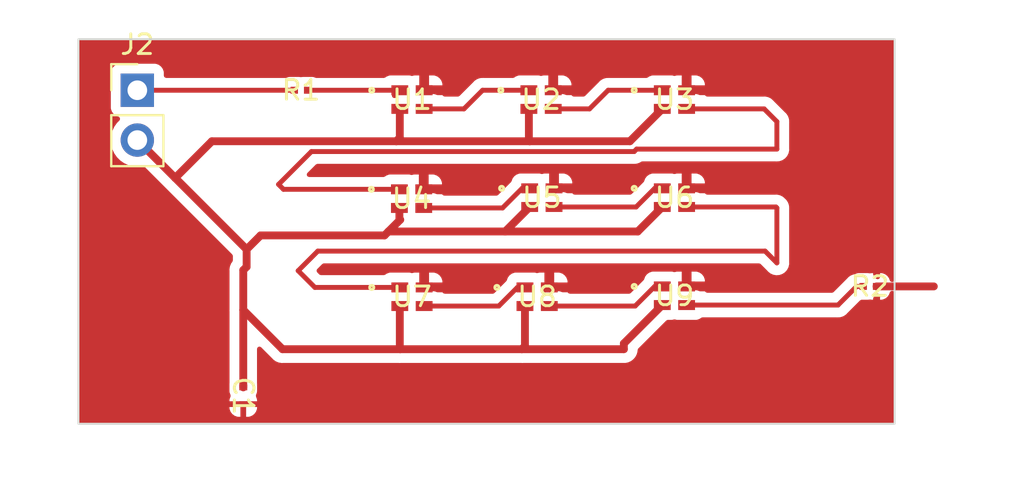
<source format=kicad_pcb>
(kicad_pcb (version 20221018) (generator pcbnew)
  (layers (0 "F.Cu" signal) (31 "B.Cu" signal) (34 "B.Paste" user) (35 "F.Paste" user) (36 "B.SilkS" user "B.Silkscreen") (37 "F.SilkS" user "F.Silkscreen") (38 "B.Mask" user) (39 "F.Mask" user) (44 "Edge.Cuts" user))
  (net 0 "")
  (net 1 "Earth")
  (net 2 "Net-(J2-Pin_1)")
  (net 3 "Net-(U1-DIN)")
  (net 4 "Net-(U9-DOUT)")
  (net 5 "Net-(U1-DOUT)")
  (net 6 "Net-(U2-DOUT)")
  (net 7 "Net-(U3-DOUT)")
  (net 8 "Net-(U4-DOUT)")
  (net 9 "Net-(U5-DOUT)")
  (net 10 "Net-(U6-DOUT)")
  (net 11 "Net-(U7-DOUT)")
  (net 12 "Net-(U8-DOUT)")
  (net 13 "+5V")
  (footprint "4492:4492_ADA" (layer "F.Cu") (at 96 45.525)
    (fp_text reference "U7" (at 0 0 unlocked) (layer "F.SilkS"))
    (fp_text value "4492")
    (fp_circle (center -2.050799 -0.475) (end -1.949199 -0.475) (stroke (width 0.1524)) (fill none) (layer "F.SilkS"))
    (pad "1" smd rect (at -0.620601 -0.475) (size 0.858799 0.5088) (layers "F.Cu" "F.Paste" "F.Mask") (net 10 "Net-(U6-DOUT)"))
    (pad "2" smd rect (at -0.620601 0.475) (size 0.858799 0.5088) (layers "F.Cu" "F.Paste" "F.Mask") (net 13 "+5V"))
    (pad "3" smd rect (at 0.620601 0.475) (size 0.858799 0.5088) (layers "F.Cu" "F.Paste" "F.Mask") (net 11 "Net-(U7-DOUT)"))
    (pad "4" smd rect (at 0.620601 -0.475) (size 0.858799 0.5088) (layers "F.Cu" "F.Paste" "F.Mask") (net 1 "Earth"))
  )
  (footprint "F981A225MUA:CAP_A225MUA_AVX" (layer "F.Cu") (at 87.4 50.57455 -90)
    (fp_text reference "C1" (at 0 0 -90 unlocked) (layer "F.SilkS"))
    (fp_text value "F981A225MUA")
    (pad "1" smd rect (at -0.42545 0 270) (size 0.2921 0.4064) (layers "F.Cu" "F.Paste" "F.Mask") (net 13 "+5V"))
    (pad "2" smd rect (at 0.42545 0 270) (size 0.2921 0.4064) (layers "F.Cu" "F.Paste" "F.Mask") (net 1 "Earth"))
    (zone (net 0) (net_name "") (layer "F.Cu") (connect_pads (clearance 0)) (min_thickness 0.254)
      (keepout (tracks not_allowed) (vias not_allowed) (pads allowed) (copperpour not_allowed) (footprints allowed))
      (fill (thermal_gap 0.508) (thermal_bridge_width 0.508))
      (polygon (pts (xy 87.6794 50.34595) (xy 87.6794 50.80315) (xy 87.1206 50.80315) (xy 87.1206 50.34595)))
    )
  )
  (footprint "Connector_PinHeader_2.54mm:PinHeader_1x02_P2.54mm_Vertical" (layer "F.Cu") (at 82 35)
    (fp_text reference "J2" (at 0 -2.33) (layer "F.SilkS"))
    (fp_text value "Conn_01x02_Pin")
    (fp_line (start -1.33 -1.33) (end 0 -1.33) (stroke (width 0.12)) (layer "F.SilkS"))
    (fp_line (start -1.33 0) (end -1.33 -1.33) (stroke (width 0.12)) (layer "F.SilkS"))
    (fp_line (start -1.33 1.27) (end -1.33 3.87) (stroke (width 0.12)) (layer "F.SilkS"))
    (fp_line (start -1.33 1.27) (end 1.33 1.27) (stroke (width 0.12)) (layer "F.SilkS"))
    (fp_line (start -1.33 3.87) (end 1.33 3.87) (stroke (width 0.12)) (layer "F.SilkS"))
    (fp_line (start 1.33 1.27) (end 1.33 3.87) (stroke (width 0.12)) (layer "F.SilkS"))
    (pad "1" thru_hole rect (at 0 0) (size 1.7 1.7) (drill 1) (layers "*.Cu" "*.Mask") (net 2 "Net-(J2-Pin_1)"))
    (pad "2" thru_hole oval (at 0 2.54) (size 1.7 1.7) (drill 1) (layers "*.Cu" "*.Mask") (net 13 "+5V"))
  )
  (footprint "4492:4492_ADA" (layer "F.Cu") (at 109.379399 45.475)
    (fp_text reference "U9" (at 0 0 unlocked) (layer "F.SilkS"))
    (fp_text value "4492")
    (fp_circle (center -2.050799 -0.475) (end -1.949199 -0.475) (stroke (width 0.1524)) (fill none) (layer "F.SilkS"))
    (pad "1" smd rect (at -0.620601 -0.475) (size 0.858799 0.5088) (layers "F.Cu" "F.Paste" "F.Mask") (net 12 "Net-(U8-DOUT)"))
    (pad "2" smd rect (at -0.620601 0.475) (size 0.858799 0.5088) (layers "F.Cu" "F.Paste" "F.Mask") (net 13 "+5V"))
    (pad "3" smd rect (at 0.620601 0.475) (size 0.858799 0.5088) (layers "F.Cu" "F.Paste" "F.Mask") (net 4 "Net-(U9-DOUT)"))
    (pad "4" smd rect (at 0.620601 -0.475) (size 0.858799 0.5088) (layers "F.Cu" "F.Paste" "F.Mask") (net 1 "Earth"))
  )
  (footprint "4492:4492_ADA" (layer "F.Cu") (at 109.379399 40.475)
    (fp_text reference "U6" (at 0 0 unlocked) (layer "F.SilkS"))
    (fp_text value "4492")
    (fp_circle (center -2.050799 -0.475) (end -1.949199 -0.475) (stroke (width 0.1524)) (fill none) (layer "F.SilkS"))
    (pad "1" smd rect (at -0.620601 -0.475) (size 0.858799 0.5088) (layers "F.Cu" "F.Paste" "F.Mask") (net 9 "Net-(U5-DOUT)"))
    (pad "2" smd rect (at -0.620601 0.475) (size 0.858799 0.5088) (layers "F.Cu" "F.Paste" "F.Mask") (net 13 "+5V"))
    (pad "3" smd rect (at 0.620601 0.475) (size 0.858799 0.5088) (layers "F.Cu" "F.Paste" "F.Mask") (net 10 "Net-(U6-DOUT)"))
    (pad "4" smd rect (at 0.620601 -0.475) (size 0.858799 0.5088) (layers "F.Cu" "F.Paste" "F.Mask") (net 1 "Earth"))
  )
  (footprint "4492:4492_ADA" (layer "F.Cu") (at 96 35.475)
    (fp_text reference "U1" (at 0 0 unlocked) (layer "F.SilkS"))
    (fp_text value "4492")
    (fp_circle (center -2.050799 -0.475) (end -1.949199 -0.475) (stroke (width 0.1524)) (fill none) (layer "F.SilkS"))
    (pad "1" smd rect (at -0.620601 -0.475) (size 0.858799 0.5088) (layers "F.Cu" "F.Paste" "F.Mask") (net 3 "Net-(U1-DIN)"))
    (pad "2" smd rect (at -0.620601 0.475) (size 0.858799 0.5088) (layers "F.Cu" "F.Paste" "F.Mask") (net 13 "+5V"))
    (pad "3" smd rect (at 0.620601 0.475) (size 0.858799 0.5088) (layers "F.Cu" "F.Paste" "F.Mask") (net 5 "Net-(U1-DOUT)"))
    (pad "4" smd rect (at 0.620601 -0.475) (size 0.858799 0.5088) (layers "F.Cu" "F.Paste" "F.Mask") (net 1 "Earth"))
  )
  (footprint "4492:4492_ADA" (layer "F.Cu") (at 102.620601 40.475)
    (fp_text reference "U5" (at 0 0 unlocked) (layer "F.SilkS"))
    (fp_text value "4492")
    (fp_circle (center -2.050799 -0.475) (end -1.949199 -0.475) (stroke (width 0.1524)) (fill none) (layer "F.SilkS"))
    (pad "1" smd rect (at -0.620601 -0.475) (size 0.858799 0.5088) (layers "F.Cu" "F.Paste" "F.Mask") (net 8 "Net-(U4-DOUT)"))
    (pad "2" smd rect (at -0.620601 0.475) (size 0.858799 0.5088) (layers "F.Cu" "F.Paste" "F.Mask") (net 13 "+5V"))
    (pad "3" smd rect (at 0.620601 0.475) (size 0.858799 0.5088) (layers "F.Cu" "F.Paste" "F.Mask") (net 9 "Net-(U5-DOUT)"))
    (pad "4" smd rect (at 0.620601 -0.475) (size 0.858799 0.5088) (layers "F.Cu" "F.Paste" "F.Mask") (net 1 "Earth"))
  )
  (footprint "4492:4492_ADA" (layer "F.Cu") (at 109.379399 35.475)
    (fp_text reference "U3" (at 0 0 unlocked) (layer "F.SilkS"))
    (fp_text value "4492")
    (fp_circle (center -2.050799 -0.475) (end -1.949199 -0.475) (stroke (width 0.1524)) (fill none) (layer "F.SilkS"))
    (pad "1" smd rect (at -0.620601 -0.475) (size 0.858799 0.5088) (layers "F.Cu" "F.Paste" "F.Mask") (net 6 "Net-(U2-DOUT)"))
    (pad "2" smd rect (at -0.620601 0.475) (size 0.858799 0.5088) (layers "F.Cu" "F.Paste" "F.Mask") (net 13 "+5V"))
    (pad "3" smd rect (at 0.620601 0.475) (size 0.858799 0.5088) (layers "F.Cu" "F.Paste" "F.Mask") (net 7 "Net-(U3-DOUT)"))
    (pad "4" smd rect (at 0.620601 -0.475) (size 0.858799 0.5088) (layers "F.Cu" "F.Paste" "F.Mask") (net 1 "Earth"))
  )
  (footprint "4492:4492_ADA" (layer "F.Cu") (at 102.379399 45.525)
    (fp_text reference "U8" (at 0 0 unlocked) (layer "F.SilkS"))
    (fp_text value "4492")
    (fp_circle (center -2.050799 -0.475) (end -1.949199 -0.475) (stroke (width 0.1524)) (fill none) (layer "F.SilkS"))
    (pad "1" smd rect (at -0.620601 -0.475) (size 0.858799 0.5088) (layers "F.Cu" "F.Paste" "F.Mask") (net 11 "Net-(U7-DOUT)"))
    (pad "2" smd rect (at -0.620601 0.475) (size 0.858799 0.5088) (layers "F.Cu" "F.Paste" "F.Mask") (net 13 "+5V"))
    (pad "3" smd rect (at 0.620601 0.475) (size 0.858799 0.5088) (layers "F.Cu" "F.Paste" "F.Mask") (net 12 "Net-(U8-DOUT)"))
    (pad "4" smd rect (at 0.620601 -0.475) (size 0.858799 0.5088) (layers "F.Cu" "F.Paste" "F.Mask") (net 1 "Earth"))
  )
  (footprint "4492:4492_ADA" (layer "F.Cu") (at 95.979399 40.525)
    (fp_text reference "U4" (at 0 0 unlocked) (layer "F.SilkS"))
    (fp_text value "4492")
    (fp_circle (center -2.050799 -0.475) (end -1.949199 -0.475) (stroke (width 0.1524)) (fill none) (layer "F.SilkS"))
    (pad "1" smd rect (at -0.620601 -0.475) (size 0.858799 0.5088) (layers "F.Cu" "F.Paste" "F.Mask") (net 7 "Net-(U3-DOUT)"))
    (pad "2" smd rect (at -0.620601 0.475) (size 0.858799 0.5088) (layers "F.Cu" "F.Paste" "F.Mask") (net 13 "+5V"))
    (pad "3" smd rect (at 0.620601 0.475) (size 0.858799 0.5088) (layers "F.Cu" "F.Paste" "F.Mask") (net 8 "Net-(U4-DOUT)"))
    (pad "4" smd rect (at 0.620601 -0.475) (size 0.858799 0.5088) (layers "F.Cu" "F.Paste" "F.Mask") (net 1 "Earth"))
  )
  (footprint "4492:4492_ADA" (layer "F.Cu") (at 102.579399 35.475)
    (fp_text reference "U2" (at 0 0 unlocked) (layer "F.SilkS"))
    (fp_text value "4492")
    (fp_circle (center -2.050799 -0.475) (end -1.949199 -0.475) (stroke (width 0.1524)) (fill none) (layer "F.SilkS"))
    (pad "1" smd rect (at -0.620601 -0.475) (size 0.858799 0.5088) (layers "F.Cu" "F.Paste" "F.Mask") (net 5 "Net-(U1-DOUT)"))
    (pad "2" smd rect (at -0.620601 0.475) (size 0.858799 0.5088) (layers "F.Cu" "F.Paste" "F.Mask") (net 13 "+5V"))
    (pad "3" smd rect (at 0.620601 0.475) (size 0.858799 0.5088) (layers "F.Cu" "F.Paste" "F.Mask") (net 6 "Net-(U2-DOUT)"))
    (pad "4" smd rect (at 0.620601 -0.475) (size 0.858799 0.5088) (layers "F.Cu" "F.Paste" "F.Mask") (net 1 "Earth"))
  )
  (footprint "ul_TNPW0201200RBEED:RES_TNPW0201_VIS" (layer "F.Cu") (at 119.3413 45)
    (fp_text reference "R2" (at 0 0 unlocked) (layer "F.SilkS"))
    (fp_text value "TNPW0201200RBEED")
    (pad "1" smd rect (at -0.3413 0) (size 0.3778 0.3556) (layers "F.Cu" "F.Paste" "F.Mask") (net 4 "Net-(U9-DOUT)"))
    (pad "2" smd rect (at 0.3413 0) (size 0.3778 0.3556) (layers "F.Cu" "F.Paste" "F.Mask") (net 1 "Earth"))
    (zone (net 0) (net_name "") (layer "F.Cu") (connect_pads (clearance 0)) (min_thickness 0.254)
      (keepout (tracks not_allowed) (vias not_allowed) (pads allowed) (copperpour not_allowed) (footprints allowed))
      (fill (thermal_gap 0.508) (thermal_bridge_width 0.508))
      (polygon (pts (xy 119.2397 44.873) (xy 119.4429 44.873) (xy 119.4429 45.127) (xy 119.2397 45.127)))
    )
  )
  (footprint "ul_TNPW0201200RBEED:RES_TNPW0201_VIS" (layer "F.Cu") (at 90.3413 35)
    (fp_text reference "R1" (at 0 0 unlocked) (layer "F.SilkS"))
    (fp_text value "TNPW0201200RBEED")
    (pad "1" smd rect (at -0.3413 0) (size 0.3778 0.3556) (layers "F.Cu" "F.Paste" "F.Mask") (net 2 "Net-(J2-Pin_1)"))
    (pad "2" smd rect (at 0.3413 0) (size 0.3778 0.3556) (layers "F.Cu" "F.Paste" "F.Mask") (net 3 "Net-(U1-DIN)"))
    (zone (net 0) (net_name "") (layer "F.Cu") (connect_pads (clearance 0)) (min_thickness 0.254)
      (keepout (tracks not_allowed) (vias not_allowed) (pads allowed) (copperpour not_allowed) (footprints allowed))
      (fill (thermal_gap 0.508) (thermal_bridge_width 0.508))
      (polygon (pts (xy 90.2397 34.873) (xy 90.4429 34.873) (xy 90.4429 35.127) (xy 90.2397 35.127)))
    )
  )
  (gr_rect (start 79 32.4) (end 120.6 52) (stroke (width 0.1)) (fill none) (layer "Edge.Cuts"))
  (segment (start 119.6826 45) (end 122.6 45) (width 0.4) (layer "F.Cu") (net 1))
  (segment (start 82 35) (end 90 35) (width 0.25) (layer "F.Cu") (net 2))
  (segment (start 90.6826 35) (end 95.379399 35) (width 0.25) (layer "F.Cu") (net 3))
  (segment (start 95.104399 35.275) (end 95.379399 35) (width 0.25) (layer "F.Cu") (net 3))
  (segment (start 110 45.95) (end 117.7159 45.95) (width 0.25) (layer "F.Cu") (net 4))
  (segment (start 117.7159 45.95) (end 118.6659 45) (width 0.25) (layer "F.Cu") (net 4))
  (segment (start 118.6659 45) (end 119 45) (width 0.25) (layer "F.Cu") (net 4))
  (segment (start 99.6 35) (end 101.958798 35) (width 0.25) (layer "F.Cu") (net 5))
  (segment (start 98.65 35.95) (end 99.6 35) (width 0.25) (layer "F.Cu") (net 5))
  (segment (start 96.620601 35.95) (end 98.65 35.95) (width 0.25) (layer "F.Cu") (net 5))
  (segment (start 106 35) (end 108.758798 35) (width 0.25) (layer "F.Cu") (net 6))
  (segment (start 105.05 35.95) (end 106 35) (width 0.25) (layer "F.Cu") (net 6))
  (segment (start 103.2 35.95) (end 105.05 35.95) (width 0.25) (layer "F.Cu") (net 6))
  (segment (start 89.2 39.8) (end 89.45 40.05) (width 0.25) (layer "F.Cu") (net 7))
  (segment (start 89.45 40.05) (end 95.358798 40.05) (width 0.25) (layer "F.Cu") (net 7))
  (segment (start 113.95 35.95) (end 114.6 36.6) (width 0.25) (layer "F.Cu") (net 7))
  (segment (start 114.6 38) (end 107.45126 38) (width 0.25) (layer "F.Cu") (net 7))
  (segment (start 110 35.95) (end 113.95 35.95) (width 0.25) (layer "F.Cu") (net 7))
  (segment (start 114.6 36.6) (end 114.6 38) (width 0.25) (layer "F.Cu") (net 7))
  (segment (start 107.32626 38.125) (end 90.875 38.125) (width 0.25) (layer "F.Cu") (net 7))
  (segment (start 107.45126 38) (end 107.32626 38.125) (width 0.25) (layer "F.Cu") (net 7))
  (segment (start 90.875 38.125) (end 89.2 39.8) (width 0.25) (layer "F.Cu") (net 7))
  (segment (start 100.616201 41) (end 101.616201 40) (width 0.25) (layer "F.Cu") (net 8))
  (segment (start 101.616201 40) (end 102 40) (width 0.25) (layer "F.Cu") (net 8))
  (segment (start 96.6 41) (end 100.616201 41) (width 0.25) (layer "F.Cu") (net 8))
  (segment (start 108.374999 40) (end 108.758798 40) (width 0.25) (layer "F.Cu") (net 9))
  (segment (start 103.241202 40.95) (end 107.424999 40.95) (width 0.25) (layer "F.Cu") (net 9))
  (segment (start 107.424999 40.95) (end 108.374999 40) (width 0.25) (layer "F.Cu") (net 9))
  (segment (start 91.2 43.2) (end 90.2 44.2) (width 0.25) (layer "F.Cu") (net 10))
  (segment (start 114 43.2) (end 91.2 43.2) (width 0.25) (layer "F.Cu") (net 10))
  (segment (start 114.6 41) (end 114.6 43.8) (width 0.25) (layer "F.Cu") (net 10))
  (segment (start 114.55 40.95) (end 114.6 41) (width 0.25) (layer "F.Cu") (net 10))
  (segment (start 90.2 44.2) (end 91.05 45.05) (width 0.25) (layer "F.Cu") (net 10))
  (segment (start 91.05 45.05) (end 95.379399 45.05) (width 0.25) (layer "F.Cu") (net 10))
  (segment (start 114.6 43.8) (end 114 43.2) (width 0.25) (layer "F.Cu") (net 10))
  (segment (start 110 40.95) (end 114.55 40.95) (width 0.25) (layer "F.Cu") (net 10))
  (segment (start 96.620601 46) (end 100.424999 46) (width 0.25) (layer "F.Cu") (net 11))
  (segment (start 100.424999 46) (end 101.374999 45.05) (width 0.25) (layer "F.Cu") (net 11))
  (segment (start 101.374999 45.05) (end 101.758798 45.05) (width 0.25) (layer "F.Cu") (net 11))
  (segment (start 103 46) (end 107.374999 46) (width 0.25) (layer "F.Cu") (net 12))
  (segment (start 108.374999 45) (end 108.758798 45) (width 0.25) (layer "F.Cu") (net 12))
  (segment (start 107.374999 46) (end 108.374999 45) (width 0.25) (layer "F.Cu") (net 12))
  (segment (start 106.8 47.908798) (end 108.758798 45.95) (width 0.4) (layer "F.Cu") (net 13))
  (segment (start 102 37.6) (end 107.108798 37.6) (width 0.4) (layer "F.Cu") (net 13))
  (segment (start 107.508798 42.2) (end 108.758798 40.95) (width 0.4) (layer "F.Cu") (net 13))
  (segment (start 87.4 44.1714) (end 87.4 46.2) (width 0.4) (layer "F.Cu") (net 13))
  (segment (start 95.358798 41.558798) (end 95.358798 41) (width 0.4) (layer "F.Cu") (net 13))
  (segment (start 83.93 39.47) (end 85.8 37.6) (width 0.4) (layer "F.Cu") (net 13))
  (segment (start 101.758798 48.041202) (end 101.6 48.2) (width 0.4) (layer "F.Cu") (net 13))
  (segment (start 101.758798 46) (end 101.758798 48.041202) (width 0.4) (layer "F.Cu") (net 13))
  (segment (start 87.4 46.2) (end 87.4 50.14595) (width 0.4) (layer "F.Cu") (net 13))
  (segment (start 100.75 42.2) (end 102 40.95) (width 0.4) (layer "F.Cu") (net 13))
  (segment (start 95.4 48.2) (end 101.6 48.2) (width 0.4) (layer "F.Cu") (net 13))
  (segment (start 100.75 42.2) (end 107.508798 42.2) (width 0.4) (layer "F.Cu") (net 13))
  (segment (start 101.958798 35.95) (end 101.958798 37.558798) (width 0.4) (layer "F.Cu") (net 13))
  (segment (start 94.8 42.2) (end 100.75 42.2) (width 0.4) (layer "F.Cu") (net 13))
  (segment (start 85.8 37.6) (end 95.2 37.6) (width 0.4) (layer "F.Cu") (net 13))
  (segment (start 87.5714 43.1114) (end 87.5714 44) (width 0.4) (layer "F.Cu") (net 13))
  (segment (start 87.4 46.2) (end 89.4 48.2) (width 0.4) (layer "F.Cu") (net 13))
  (segment (start 94.6 42.4) (end 94.8 42.2) (width 0.4) (layer "F.Cu") (net 13))
  (segment (start 95.379399 37.420601) (end 95.2 37.6) (width 0.4) (layer "F.Cu") (net 13))
  (segment (start 95.379399 35.95) (end 95.379399 37.420601) (width 0.4) (layer "F.Cu") (net 13))
  (segment (start 107.108798 37.6) (end 108.758798 35.95) (width 0.4) (layer "F.Cu") (net 13))
  (segment (start 95.4 41.6) (end 95.358798 41.558798) (width 0.4) (layer "F.Cu") (net 13))
  (segment (start 89.4 48.2) (end 95.4 48.2) (width 0.4) (layer "F.Cu") (net 13))
  (segment (start 95.2 37.6) (end 102 37.6) (width 0.4) (layer "F.Cu") (net 13))
  (segment (start 87.5714 44) (end 87.4 44.1714) (width 0.4) (layer "F.Cu") (net 13))
  (segment (start 83.93 39.47) (end 87.5714 43.1114) (width 0.4) (layer "F.Cu") (net 13))
  (segment (start 88.2828 42.4) (end 94.6 42.4) (width 0.4) (layer "F.Cu") (net 13))
  (segment (start 94.8 42.2) (end 95.4 41.6) (width 0.4) (layer "F.Cu") (net 13))
  (segment (start 87.5714 43.1114) (end 88.2828 42.4) (width 0.4) (layer "F.Cu") (net 13))
  (segment (start 95.379399 46) (end 95.379399 48.179399) (width 0.4) (layer "F.Cu") (net 13))
  (segment (start 95.379399 48.179399) (end 95.4 48.2) (width 0.4) (layer "F.Cu") (net 13))
  (segment (start 101.958798 37.558798) (end 102 37.6) (width 0.4) (layer "F.Cu") (net 13))
  (segment (start 106.8 48.2) (end 106.8 47.908798) (width 0.4) (layer "F.Cu") (net 13))
  (segment (start 101.6 48.2) (end 106.8 48.2) (width 0.4) (layer "F.Cu") (net 13))
  (segment (start 82 37.54) (end 83.93 39.47) (width 0.4) (layer "F.Cu") (net 13))
  (zone (net 1) (net_name "Earth") (layer "F.Cu") (connect_pads (clearance 0.5)) (min_thickness 0.25) (fill yes (thermal_gap 0.5) (thermal_bridge_width 0.5))
    (polygon (pts (xy 75.4 30.6) (xy 126.6 30.4) (xy 127.2 54.8) (xy 75 54.4) (xy 75.6 30.6) (xy 75.8 30.4)))
  )
)
</source>
